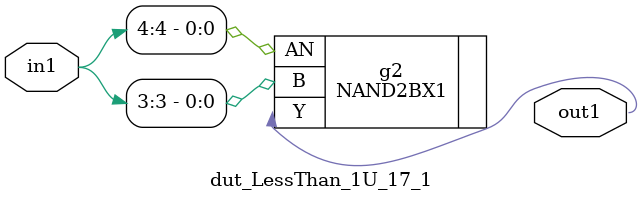
<source format=v>
`timescale 1ps / 1ps


module dut_LessThan_1U_17_1(in1, out1);
  input [4:0] in1;
  output out1;
  wire [4:0] in1;
  wire out1;
  NAND2BX1 g2(.AN (in1[4]), .B (in1[3]), .Y (out1));
endmodule



</source>
